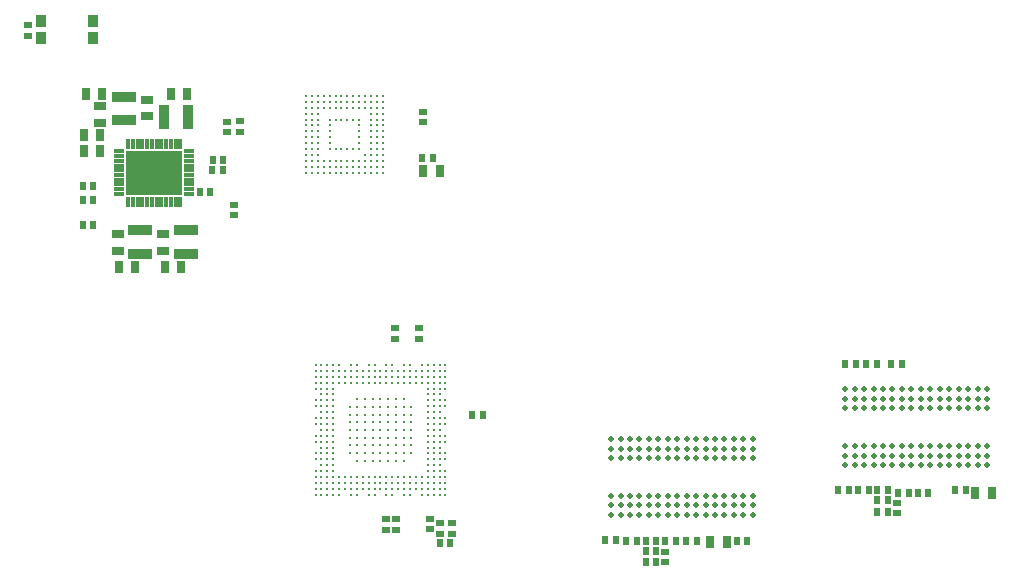
<source format=gts>
G04 Layer_Color=8388736*
%FSLAX43Y43*%
%MOMM*%
G71*
G01*
G75*
%ADD42R,0.610X0.660*%
%ADD43R,0.610X0.800*%
%ADD44R,0.800X0.610*%
%ADD45R,0.660X0.610*%
%ADD46C,0.330*%
%ADD47R,0.740X0.990*%
%ADD48C,0.500*%
%ADD49R,0.850X1.100*%
%ADD50R,0.990X0.740*%
%ADD51R,0.900X2.100*%
%ADD52R,2.100X0.900*%
%ADD53R,0.300X0.900*%
%ADD54R,4.700X3.700*%
%ADD55R,0.900X0.300*%
D42*
X51000Y53400D02*
D03*
X51900D02*
D03*
X37900Y53100D02*
D03*
X37000D02*
D03*
X35525Y85725D02*
D03*
X36425D02*
D03*
X77475Y57375D02*
D03*
X78375D02*
D03*
X63050Y53250D02*
D03*
X62150D02*
D03*
X72425Y57625D02*
D03*
X73325D02*
D03*
X57875Y53250D02*
D03*
X58775D02*
D03*
X55350Y53325D02*
D03*
X54450D02*
D03*
X75220Y68315D02*
D03*
X76120D02*
D03*
X74975Y57625D02*
D03*
X74075D02*
D03*
X70750D02*
D03*
X71650D02*
D03*
X80675Y57600D02*
D03*
X81575D02*
D03*
X52825Y53325D02*
D03*
X53725D02*
D03*
X7700Y82175D02*
D03*
X6800D02*
D03*
X16700Y82825D02*
D03*
X17600D02*
D03*
X17775Y84725D02*
D03*
X18675D02*
D03*
X7700Y80075D02*
D03*
X6800D02*
D03*
X7700Y83325D02*
D03*
X6800D02*
D03*
X18684Y85562D02*
D03*
X17784D02*
D03*
X73140Y68275D02*
D03*
X74040D02*
D03*
X71340Y68285D02*
D03*
X72240D02*
D03*
D43*
X74075Y56725D02*
D03*
X74975D02*
D03*
X54450Y52450D02*
D03*
X55350D02*
D03*
X74975Y55750D02*
D03*
X74075D02*
D03*
X55350Y51475D02*
D03*
X54450D02*
D03*
X75825Y57375D02*
D03*
X76725D02*
D03*
X56100Y53250D02*
D03*
X57000D02*
D03*
X40675Y63925D02*
D03*
X39775D02*
D03*
D44*
X37075Y54775D02*
D03*
Y53875D02*
D03*
X38050D02*
D03*
Y54775D02*
D03*
X35575Y89625D02*
D03*
Y88725D02*
D03*
X19025Y88800D02*
D03*
Y87900D02*
D03*
X20074Y88813D02*
D03*
Y87913D02*
D03*
X19625Y81750D02*
D03*
Y80850D02*
D03*
D45*
X75775Y56550D02*
D03*
Y55650D02*
D03*
X56100Y52375D02*
D03*
Y51475D02*
D03*
X33325Y55150D02*
D03*
Y54250D02*
D03*
X35250Y70400D02*
D03*
Y71300D02*
D03*
X33250Y70400D02*
D03*
Y71300D02*
D03*
X32500Y55150D02*
D03*
Y54250D02*
D03*
X36175Y55175D02*
D03*
Y54275D02*
D03*
X2175Y96950D02*
D03*
Y96050D02*
D03*
D46*
X32200Y84475D02*
D03*
X31700D02*
D03*
X31200D02*
D03*
X30700D02*
D03*
X30200D02*
D03*
X29700D02*
D03*
X29200D02*
D03*
X28700D02*
D03*
X28200D02*
D03*
X27700D02*
D03*
X27200D02*
D03*
X26700D02*
D03*
X26200D02*
D03*
X25700D02*
D03*
X32200Y84975D02*
D03*
X31700D02*
D03*
X31200D02*
D03*
X30700D02*
D03*
X30200D02*
D03*
X29700D02*
D03*
X29200D02*
D03*
X28700D02*
D03*
X28200D02*
D03*
X27700D02*
D03*
X27200D02*
D03*
X26700D02*
D03*
X26200D02*
D03*
X25700D02*
D03*
X32200Y85475D02*
D03*
X31700D02*
D03*
X31200D02*
D03*
X30700D02*
D03*
X30200D02*
D03*
X29700D02*
D03*
X29200D02*
D03*
X28700D02*
D03*
X28200D02*
D03*
X27700D02*
D03*
X27200D02*
D03*
X26700D02*
D03*
X26200D02*
D03*
X25700D02*
D03*
X32200Y85975D02*
D03*
X31700D02*
D03*
X31200D02*
D03*
X30700D02*
D03*
X26700D02*
D03*
X26200D02*
D03*
X25700D02*
D03*
X32200Y86475D02*
D03*
X31700D02*
D03*
X31200D02*
D03*
X30200D02*
D03*
X29700D02*
D03*
X29200D02*
D03*
X28700D02*
D03*
X28200D02*
D03*
X27700D02*
D03*
X26700D02*
D03*
X26200D02*
D03*
X25700D02*
D03*
X32200Y86975D02*
D03*
X31700D02*
D03*
X31200D02*
D03*
X30200D02*
D03*
X27700D02*
D03*
X26700D02*
D03*
X26200D02*
D03*
X25700D02*
D03*
X32200Y87475D02*
D03*
X31700D02*
D03*
X31200D02*
D03*
X30200D02*
D03*
X27700D02*
D03*
X26700D02*
D03*
X26200D02*
D03*
X25700D02*
D03*
X32200Y87975D02*
D03*
X31700D02*
D03*
X31200D02*
D03*
X30200D02*
D03*
X27700D02*
D03*
X26700D02*
D03*
X26200D02*
D03*
X25700D02*
D03*
X32200Y88475D02*
D03*
X31700D02*
D03*
X31200D02*
D03*
X30200D02*
D03*
X27700D02*
D03*
X26700D02*
D03*
X26200D02*
D03*
X25700D02*
D03*
X32200Y88975D02*
D03*
X31700D02*
D03*
X31200D02*
D03*
X30200D02*
D03*
X29700D02*
D03*
X29200D02*
D03*
X28700D02*
D03*
X28200D02*
D03*
X27700D02*
D03*
X26700D02*
D03*
X26200D02*
D03*
X25700D02*
D03*
X32200Y89475D02*
D03*
X31700D02*
D03*
X31200D02*
D03*
X26700D02*
D03*
X26200D02*
D03*
X25700D02*
D03*
X32200Y89975D02*
D03*
X31700D02*
D03*
X31200D02*
D03*
X30700D02*
D03*
X30200D02*
D03*
X29700D02*
D03*
X29200D02*
D03*
X28700D02*
D03*
X28200D02*
D03*
X27700D02*
D03*
X27200D02*
D03*
X26700D02*
D03*
X26200D02*
D03*
X25700D02*
D03*
X32200Y90475D02*
D03*
X31700D02*
D03*
X31200D02*
D03*
X30700D02*
D03*
X30200D02*
D03*
X29700D02*
D03*
X29200D02*
D03*
X28700D02*
D03*
X28200D02*
D03*
X27700D02*
D03*
X27200D02*
D03*
X26700D02*
D03*
X26200D02*
D03*
X25700D02*
D03*
X32200Y90975D02*
D03*
X31700D02*
D03*
X31200D02*
D03*
X30700D02*
D03*
X30200D02*
D03*
X29700D02*
D03*
X29200D02*
D03*
X28700D02*
D03*
X28200D02*
D03*
X27700D02*
D03*
X27200D02*
D03*
X26700D02*
D03*
X26200D02*
D03*
X25700D02*
D03*
X37500Y57200D02*
D03*
X37000D02*
D03*
X36500D02*
D03*
X36000D02*
D03*
X35500D02*
D03*
X34500D02*
D03*
X34000D02*
D03*
X33000D02*
D03*
X32500D02*
D03*
X31500D02*
D03*
X31000D02*
D03*
X30000D02*
D03*
X29500D02*
D03*
X28500D02*
D03*
X28000D02*
D03*
X27500D02*
D03*
X27000D02*
D03*
X26500D02*
D03*
X37500Y57700D02*
D03*
X37000D02*
D03*
X36500D02*
D03*
X36000D02*
D03*
X35500D02*
D03*
X35000D02*
D03*
X34500D02*
D03*
X34000D02*
D03*
X33500D02*
D03*
X33000D02*
D03*
X32500D02*
D03*
X32000D02*
D03*
X31500D02*
D03*
X31000D02*
D03*
X30500D02*
D03*
X30000D02*
D03*
X29500D02*
D03*
X29000D02*
D03*
X28500D02*
D03*
X28000D02*
D03*
X27500D02*
D03*
X27000D02*
D03*
X26500D02*
D03*
X37500Y58200D02*
D03*
X37000D02*
D03*
X36500D02*
D03*
X36000D02*
D03*
X35500D02*
D03*
X35000D02*
D03*
X34500D02*
D03*
X34000D02*
D03*
X33500D02*
D03*
X33000D02*
D03*
X32500D02*
D03*
X32000D02*
D03*
X31500D02*
D03*
X31000D02*
D03*
X30500D02*
D03*
X30000D02*
D03*
X29500D02*
D03*
X29000D02*
D03*
X28500D02*
D03*
X28000D02*
D03*
X27500D02*
D03*
X27000D02*
D03*
X26500D02*
D03*
X37500Y58700D02*
D03*
X37000D02*
D03*
X36500D02*
D03*
X36000D02*
D03*
X35500D02*
D03*
X35000D02*
D03*
X34500D02*
D03*
X34000D02*
D03*
X33500D02*
D03*
X33000D02*
D03*
X32500D02*
D03*
X32000D02*
D03*
X31500D02*
D03*
X31000D02*
D03*
X30500D02*
D03*
X30000D02*
D03*
X29500D02*
D03*
X29000D02*
D03*
X28500D02*
D03*
X28000D02*
D03*
X27500D02*
D03*
X27000D02*
D03*
X26500D02*
D03*
X37500Y59200D02*
D03*
X37000D02*
D03*
X36500D02*
D03*
X36000D02*
D03*
X28000D02*
D03*
X27500D02*
D03*
X27000D02*
D03*
X26500D02*
D03*
X37000Y59700D02*
D03*
X36500D02*
D03*
X36000D02*
D03*
X28000D02*
D03*
X27500D02*
D03*
X27000D02*
D03*
X37500Y60200D02*
D03*
X37000D02*
D03*
X36500D02*
D03*
X36000D02*
D03*
X28000D02*
D03*
X27500D02*
D03*
X27000D02*
D03*
X26500D02*
D03*
X37500Y60700D02*
D03*
X37000D02*
D03*
X36500D02*
D03*
X36000D02*
D03*
X33950Y60100D02*
D03*
X33300D02*
D03*
X32650D02*
D03*
X32000D02*
D03*
X31350D02*
D03*
X30700D02*
D03*
X30050D02*
D03*
X28000Y60700D02*
D03*
X27500D02*
D03*
X27000D02*
D03*
X26500D02*
D03*
X37000Y61200D02*
D03*
X36500D02*
D03*
X36000D02*
D03*
X34600Y60750D02*
D03*
X33950D02*
D03*
X33300D02*
D03*
X32650D02*
D03*
X32000D02*
D03*
X31350D02*
D03*
X30700D02*
D03*
X30050D02*
D03*
X29400D02*
D03*
X28000Y61200D02*
D03*
X27500D02*
D03*
X27000D02*
D03*
X37500Y61700D02*
D03*
X37000D02*
D03*
X36500D02*
D03*
X36000D02*
D03*
X34600Y61400D02*
D03*
X33950D02*
D03*
X33300D02*
D03*
X32650D02*
D03*
X32000D02*
D03*
X31350D02*
D03*
X30700D02*
D03*
X30050D02*
D03*
X29400D02*
D03*
X28000Y61700D02*
D03*
X27500D02*
D03*
X27000D02*
D03*
X26500D02*
D03*
X37500Y62200D02*
D03*
X37000D02*
D03*
X36500D02*
D03*
X36000D02*
D03*
X34600Y62050D02*
D03*
X33950D02*
D03*
X33300D02*
D03*
X32650D02*
D03*
X32000D02*
D03*
X31350D02*
D03*
X30700D02*
D03*
X30050D02*
D03*
X29400D02*
D03*
X28000Y62200D02*
D03*
X27500D02*
D03*
X27000D02*
D03*
X26500D02*
D03*
X37000Y62700D02*
D03*
X36500D02*
D03*
X36000D02*
D03*
X34600D02*
D03*
X33950D02*
D03*
X33300D02*
D03*
X32650D02*
D03*
X32000D02*
D03*
X31350D02*
D03*
X30700D02*
D03*
X30050D02*
D03*
X29400D02*
D03*
X28000D02*
D03*
X27500D02*
D03*
X27000D02*
D03*
X37500Y63200D02*
D03*
X37000D02*
D03*
X36500D02*
D03*
X36000D02*
D03*
X34600Y63350D02*
D03*
X33950D02*
D03*
X33300D02*
D03*
X32650D02*
D03*
X32000D02*
D03*
X31350D02*
D03*
X30700D02*
D03*
X30050D02*
D03*
X29400D02*
D03*
X28000Y63200D02*
D03*
X27500D02*
D03*
X27000D02*
D03*
X26500D02*
D03*
X37500Y63700D02*
D03*
X37000D02*
D03*
X36500D02*
D03*
X36000D02*
D03*
X34600Y64000D02*
D03*
X33950D02*
D03*
X33300D02*
D03*
X32650D02*
D03*
X32000D02*
D03*
X31350D02*
D03*
X30700D02*
D03*
X30050D02*
D03*
X29400D02*
D03*
X28000Y63700D02*
D03*
X27500D02*
D03*
X27000D02*
D03*
X26500D02*
D03*
X37000Y64200D02*
D03*
X36500D02*
D03*
X36000D02*
D03*
X34600Y64650D02*
D03*
X33950D02*
D03*
X33300D02*
D03*
X32650D02*
D03*
X32000D02*
D03*
X31350D02*
D03*
X30700D02*
D03*
X30050D02*
D03*
X29400D02*
D03*
X28000Y64200D02*
D03*
X27500D02*
D03*
X27000D02*
D03*
X37500Y64700D02*
D03*
X37000D02*
D03*
X36500D02*
D03*
X36000D02*
D03*
X33950Y65300D02*
D03*
X33300D02*
D03*
X32650D02*
D03*
X32000D02*
D03*
X31350D02*
D03*
X30700D02*
D03*
X30050D02*
D03*
X28000Y64700D02*
D03*
X27500D02*
D03*
X27000D02*
D03*
X26500D02*
D03*
X37500Y65200D02*
D03*
X37000D02*
D03*
X36500D02*
D03*
X36000D02*
D03*
X28000D02*
D03*
X27500D02*
D03*
X27000D02*
D03*
X26500D02*
D03*
X37000Y65700D02*
D03*
X36500D02*
D03*
X36000D02*
D03*
X28000D02*
D03*
X27500D02*
D03*
X27000D02*
D03*
X37500Y66200D02*
D03*
X37000D02*
D03*
X36500D02*
D03*
X36000D02*
D03*
X28000D02*
D03*
X27500D02*
D03*
X27000D02*
D03*
X26500D02*
D03*
X37500Y66700D02*
D03*
X37000D02*
D03*
X36500D02*
D03*
X36000D02*
D03*
X35500D02*
D03*
X35000D02*
D03*
X34500D02*
D03*
X34000D02*
D03*
X33500D02*
D03*
X33000D02*
D03*
X32500D02*
D03*
X32000D02*
D03*
X31500D02*
D03*
X31000D02*
D03*
X30500D02*
D03*
X30000D02*
D03*
X29500D02*
D03*
X29000D02*
D03*
X28500D02*
D03*
X28000D02*
D03*
X27500D02*
D03*
X27000D02*
D03*
X26500D02*
D03*
X37500Y67200D02*
D03*
X37000D02*
D03*
X36500D02*
D03*
X36000D02*
D03*
X35500D02*
D03*
X35000D02*
D03*
X34500D02*
D03*
X34000D02*
D03*
X33500D02*
D03*
X33000D02*
D03*
X32500D02*
D03*
X32000D02*
D03*
X31500D02*
D03*
X31000D02*
D03*
X30500D02*
D03*
X30000D02*
D03*
X29500D02*
D03*
X29000D02*
D03*
X28500D02*
D03*
X28000D02*
D03*
X27500D02*
D03*
X27000D02*
D03*
X26500D02*
D03*
X37500Y67700D02*
D03*
X37000D02*
D03*
X36500D02*
D03*
X36000D02*
D03*
X35500D02*
D03*
X35000D02*
D03*
X34500D02*
D03*
X34000D02*
D03*
X33500D02*
D03*
X33000D02*
D03*
X32500D02*
D03*
X32000D02*
D03*
X31500D02*
D03*
X31000D02*
D03*
X30500D02*
D03*
X30000D02*
D03*
X29500D02*
D03*
X29000D02*
D03*
X28500D02*
D03*
X28000D02*
D03*
X27500D02*
D03*
X27000D02*
D03*
X26500D02*
D03*
X37500Y68200D02*
D03*
X37000D02*
D03*
X36500D02*
D03*
X36000D02*
D03*
X35500D02*
D03*
X34500D02*
D03*
X34000D02*
D03*
X33000D02*
D03*
X32500D02*
D03*
X31500D02*
D03*
X31000D02*
D03*
X30000D02*
D03*
X29500D02*
D03*
X28500D02*
D03*
X28000D02*
D03*
X27500D02*
D03*
X27000D02*
D03*
X26500D02*
D03*
D47*
X35600Y84625D02*
D03*
X37000D02*
D03*
X61300Y53175D02*
D03*
X59900D02*
D03*
X82375Y57375D02*
D03*
X83775D02*
D03*
X6875Y86350D02*
D03*
X8275D02*
D03*
X15625Y91150D02*
D03*
X14225D02*
D03*
X15150Y76450D02*
D03*
X13750D02*
D03*
X11250Y76450D02*
D03*
X9850D02*
D03*
X8275Y87625D02*
D03*
X6875D02*
D03*
X8450Y91175D02*
D03*
X7050D02*
D03*
D48*
X63525Y61900D02*
D03*
Y61100D02*
D03*
Y60300D02*
D03*
Y57100D02*
D03*
Y56300D02*
D03*
Y55500D02*
D03*
X62725Y61900D02*
D03*
Y61100D02*
D03*
Y60300D02*
D03*
Y57100D02*
D03*
Y56300D02*
D03*
Y55500D02*
D03*
X61925Y61900D02*
D03*
Y61100D02*
D03*
Y60300D02*
D03*
Y57100D02*
D03*
Y56300D02*
D03*
Y55500D02*
D03*
X61125Y61900D02*
D03*
Y61100D02*
D03*
Y60300D02*
D03*
Y57100D02*
D03*
Y56300D02*
D03*
Y55500D02*
D03*
X60325Y61900D02*
D03*
Y61100D02*
D03*
Y60300D02*
D03*
Y57100D02*
D03*
Y56300D02*
D03*
Y55500D02*
D03*
X59525Y61900D02*
D03*
Y61100D02*
D03*
Y60300D02*
D03*
Y57100D02*
D03*
Y56300D02*
D03*
Y55500D02*
D03*
X58725Y61900D02*
D03*
Y61100D02*
D03*
Y60300D02*
D03*
Y57100D02*
D03*
Y56300D02*
D03*
Y55500D02*
D03*
X57925Y61900D02*
D03*
Y61100D02*
D03*
Y60300D02*
D03*
Y57100D02*
D03*
Y56300D02*
D03*
Y55500D02*
D03*
X57125Y61900D02*
D03*
Y61100D02*
D03*
Y60300D02*
D03*
Y57100D02*
D03*
Y56300D02*
D03*
Y55500D02*
D03*
X56325Y61900D02*
D03*
Y61100D02*
D03*
Y60300D02*
D03*
Y57100D02*
D03*
Y56300D02*
D03*
Y55500D02*
D03*
X55525Y61900D02*
D03*
Y61100D02*
D03*
Y60300D02*
D03*
Y57100D02*
D03*
Y56300D02*
D03*
Y55500D02*
D03*
X54725Y61900D02*
D03*
Y61100D02*
D03*
Y60300D02*
D03*
Y57100D02*
D03*
Y56300D02*
D03*
Y55500D02*
D03*
X53925Y61900D02*
D03*
Y61100D02*
D03*
Y60300D02*
D03*
Y57100D02*
D03*
Y56300D02*
D03*
Y55500D02*
D03*
X53125Y61900D02*
D03*
Y61100D02*
D03*
Y60300D02*
D03*
Y57100D02*
D03*
Y56300D02*
D03*
Y55500D02*
D03*
X52325Y61900D02*
D03*
Y61100D02*
D03*
Y60300D02*
D03*
Y57100D02*
D03*
Y56300D02*
D03*
Y55500D02*
D03*
X51525Y61900D02*
D03*
Y61100D02*
D03*
Y60300D02*
D03*
Y57100D02*
D03*
Y56300D02*
D03*
Y55500D02*
D03*
X83350Y66125D02*
D03*
Y65325D02*
D03*
Y64525D02*
D03*
Y61325D02*
D03*
Y60525D02*
D03*
Y59725D02*
D03*
X82550Y66125D02*
D03*
Y65325D02*
D03*
Y64525D02*
D03*
Y61325D02*
D03*
Y60525D02*
D03*
Y59725D02*
D03*
X81750Y66125D02*
D03*
Y65325D02*
D03*
Y64525D02*
D03*
Y61325D02*
D03*
Y60525D02*
D03*
Y59725D02*
D03*
X80950Y66125D02*
D03*
Y65325D02*
D03*
Y64525D02*
D03*
Y61325D02*
D03*
Y60525D02*
D03*
Y59725D02*
D03*
X80150Y66125D02*
D03*
Y65325D02*
D03*
Y64525D02*
D03*
Y61325D02*
D03*
Y60525D02*
D03*
Y59725D02*
D03*
X79350Y66125D02*
D03*
Y65325D02*
D03*
Y64525D02*
D03*
Y61325D02*
D03*
Y60525D02*
D03*
Y59725D02*
D03*
X78550Y66125D02*
D03*
Y65325D02*
D03*
Y64525D02*
D03*
Y61325D02*
D03*
Y60525D02*
D03*
Y59725D02*
D03*
X77750Y66125D02*
D03*
Y65325D02*
D03*
Y64525D02*
D03*
Y61325D02*
D03*
Y60525D02*
D03*
Y59725D02*
D03*
X76950Y66125D02*
D03*
Y65325D02*
D03*
Y64525D02*
D03*
Y61325D02*
D03*
Y60525D02*
D03*
Y59725D02*
D03*
X76150Y66125D02*
D03*
Y65325D02*
D03*
Y64525D02*
D03*
Y61325D02*
D03*
Y60525D02*
D03*
Y59725D02*
D03*
X75350Y66125D02*
D03*
Y65325D02*
D03*
Y64525D02*
D03*
Y61325D02*
D03*
Y60525D02*
D03*
Y59725D02*
D03*
X74550Y66125D02*
D03*
Y65325D02*
D03*
Y64525D02*
D03*
Y61325D02*
D03*
Y60525D02*
D03*
Y59725D02*
D03*
X73750Y66125D02*
D03*
Y65325D02*
D03*
Y64525D02*
D03*
Y61325D02*
D03*
Y60525D02*
D03*
Y59725D02*
D03*
X72950Y66125D02*
D03*
Y65325D02*
D03*
Y64525D02*
D03*
Y61325D02*
D03*
Y60525D02*
D03*
Y59725D02*
D03*
X72150Y66125D02*
D03*
Y65325D02*
D03*
Y64525D02*
D03*
Y61325D02*
D03*
Y60525D02*
D03*
Y59725D02*
D03*
X71350Y66125D02*
D03*
Y65325D02*
D03*
Y64525D02*
D03*
Y61325D02*
D03*
Y60525D02*
D03*
Y59725D02*
D03*
D49*
X7675Y97350D02*
D03*
Y95850D02*
D03*
X3225Y97350D02*
D03*
Y95850D02*
D03*
D50*
X12250Y89250D02*
D03*
Y90650D02*
D03*
X9750Y79250D02*
D03*
Y77850D02*
D03*
X8250Y88700D02*
D03*
Y90100D02*
D03*
X13625Y79250D02*
D03*
Y77850D02*
D03*
D51*
X15675Y89225D02*
D03*
X13675D02*
D03*
D52*
X10275Y90900D02*
D03*
Y88900D02*
D03*
X15575Y77625D02*
D03*
Y79625D02*
D03*
X11675Y77625D02*
D03*
Y79625D02*
D03*
D53*
X15050Y82025D02*
D03*
X10650Y86925D02*
D03*
X13050D02*
D03*
X13450D02*
D03*
X13850D02*
D03*
X14250D02*
D03*
X14650D02*
D03*
X12650D02*
D03*
X12250D02*
D03*
X11850D02*
D03*
X11450D02*
D03*
X11050D02*
D03*
X10650Y82025D02*
D03*
X11050D02*
D03*
X11450D02*
D03*
X11850D02*
D03*
X12250D02*
D03*
X14650D02*
D03*
X14250D02*
D03*
X13850D02*
D03*
X13450D02*
D03*
X13050D02*
D03*
X12650D02*
D03*
X15050Y86925D02*
D03*
D54*
X12850Y84475D02*
D03*
D55*
X15800Y84275D02*
D03*
Y83875D02*
D03*
Y83475D02*
D03*
Y83075D02*
D03*
Y82675D02*
D03*
Y84675D02*
D03*
Y85075D02*
D03*
Y85475D02*
D03*
Y85875D02*
D03*
Y86275D02*
D03*
X9900D02*
D03*
Y85875D02*
D03*
Y85475D02*
D03*
Y85075D02*
D03*
Y82675D02*
D03*
Y83075D02*
D03*
Y83475D02*
D03*
Y83875D02*
D03*
Y84275D02*
D03*
Y84675D02*
D03*
M02*

</source>
